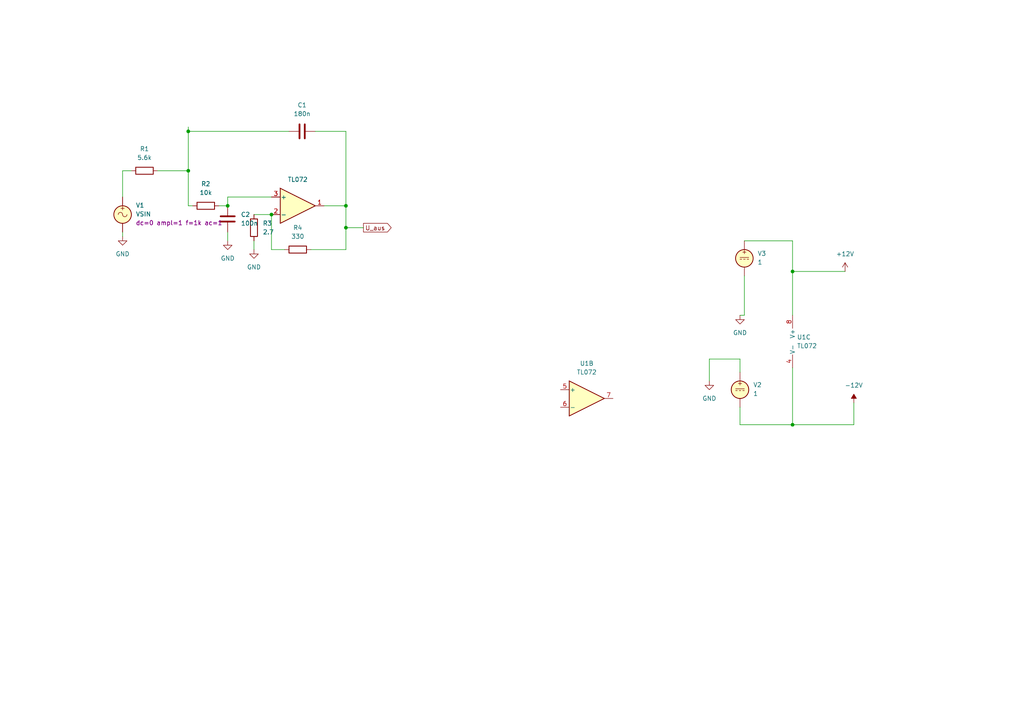
<source format=kicad_sch>
(kicad_sch (version 20230121) (generator eeschema)

  (uuid 5ab847c3-cee6-4565-ae45-0ed4aa882fe6)

  (paper "A4")

  (lib_symbols
    (symbol "Amplifier_Operational:TL072" (pin_names (offset 0.127)) (in_bom yes) (on_board yes)
      (property "Reference" "U" (at 0 5.08 0)
        (effects (font (size 1.27 1.27)) (justify left))
      )
      (property "Value" "TL072" (at 0 -5.08 0)
        (effects (font (size 1.27 1.27)) (justify left))
      )
      (property "Footprint" "" (at 0 0 0)
        (effects (font (size 1.27 1.27)) hide)
      )
      (property "Datasheet" "http://www.ti.com/lit/ds/symlink/tl071.pdf" (at 0 0 0)
        (effects (font (size 1.27 1.27)) hide)
      )
      (property "ki_locked" "" (at 0 0 0)
        (effects (font (size 1.27 1.27)))
      )
      (property "ki_keywords" "dual opamp" (at 0 0 0)
        (effects (font (size 1.27 1.27)) hide)
      )
      (property "ki_description" "Dual Low-Noise JFET-Input Operational Amplifiers, DIP-8/SOIC-8" (at 0 0 0)
        (effects (font (size 1.27 1.27)) hide)
      )
      (property "ki_fp_filters" "SOIC*3.9x4.9mm*P1.27mm* DIP*W7.62mm* TO*99* OnSemi*Micro8* TSSOP*3x3mm*P0.65mm* TSSOP*4.4x3mm*P0.65mm* MSOP*3x3mm*P0.65mm* SSOP*3.9x4.9mm*P0.635mm* LFCSP*2x2mm*P0.5mm* *SIP* SOIC*5.3x6.2mm*P1.27mm*" (at 0 0 0)
        (effects (font (size 1.27 1.27)) hide)
      )
      (symbol "TL072_1_1"
        (polyline
          (pts
            (xy -5.08 5.08)
            (xy 5.08 0)
            (xy -5.08 -5.08)
            (xy -5.08 5.08)
          )
          (stroke (width 0.254) (type default))
          (fill (type background))
        )
        (pin output line (at 7.62 0 180) (length 2.54)
          (name "~" (effects (font (size 1.27 1.27))))
          (number "1" (effects (font (size 1.27 1.27))))
        )
        (pin input line (at -7.62 -2.54 0) (length 2.54)
          (name "-" (effects (font (size 1.27 1.27))))
          (number "2" (effects (font (size 1.27 1.27))))
        )
        (pin input line (at -7.62 2.54 0) (length 2.54)
          (name "+" (effects (font (size 1.27 1.27))))
          (number "3" (effects (font (size 1.27 1.27))))
        )
      )
      (symbol "TL072_2_1"
        (polyline
          (pts
            (xy -5.08 5.08)
            (xy 5.08 0)
            (xy -5.08 -5.08)
            (xy -5.08 5.08)
          )
          (stroke (width 0.254) (type default))
          (fill (type background))
        )
        (pin input line (at -7.62 2.54 0) (length 2.54)
          (name "+" (effects (font (size 1.27 1.27))))
          (number "5" (effects (font (size 1.27 1.27))))
        )
        (pin input line (at -7.62 -2.54 0) (length 2.54)
          (name "-" (effects (font (size 1.27 1.27))))
          (number "6" (effects (font (size 1.27 1.27))))
        )
        (pin output line (at 7.62 0 180) (length 2.54)
          (name "~" (effects (font (size 1.27 1.27))))
          (number "7" (effects (font (size 1.27 1.27))))
        )
      )
      (symbol "TL072_3_1"
        (pin power_in line (at -2.54 -7.62 90) (length 3.81)
          (name "V-" (effects (font (size 1.27 1.27))))
          (number "4" (effects (font (size 1.27 1.27))))
        )
        (pin power_in line (at -2.54 7.62 270) (length 3.81)
          (name "V+" (effects (font (size 1.27 1.27))))
          (number "8" (effects (font (size 1.27 1.27))))
        )
      )
    )
    (symbol "Device:C" (pin_numbers hide) (pin_names (offset 0.254)) (in_bom yes) (on_board yes)
      (property "Reference" "C" (at 0.635 2.54 0)
        (effects (font (size 1.27 1.27)) (justify left))
      )
      (property "Value" "C" (at 0.635 -2.54 0)
        (effects (font (size 1.27 1.27)) (justify left))
      )
      (property "Footprint" "" (at 0.9652 -3.81 0)
        (effects (font (size 1.27 1.27)) hide)
      )
      (property "Datasheet" "~" (at 0 0 0)
        (effects (font (size 1.27 1.27)) hide)
      )
      (property "ki_keywords" "cap capacitor" (at 0 0 0)
        (effects (font (size 1.27 1.27)) hide)
      )
      (property "ki_description" "Unpolarized capacitor" (at 0 0 0)
        (effects (font (size 1.27 1.27)) hide)
      )
      (property "ki_fp_filters" "C_*" (at 0 0 0)
        (effects (font (size 1.27 1.27)) hide)
      )
      (symbol "C_0_1"
        (polyline
          (pts
            (xy -2.032 -0.762)
            (xy 2.032 -0.762)
          )
          (stroke (width 0.508) (type default))
          (fill (type none))
        )
        (polyline
          (pts
            (xy -2.032 0.762)
            (xy 2.032 0.762)
          )
          (stroke (width 0.508) (type default))
          (fill (type none))
        )
      )
      (symbol "C_1_1"
        (pin passive line (at 0 3.81 270) (length 2.794)
          (name "~" (effects (font (size 1.27 1.27))))
          (number "1" (effects (font (size 1.27 1.27))))
        )
        (pin passive line (at 0 -3.81 90) (length 2.794)
          (name "~" (effects (font (size 1.27 1.27))))
          (number "2" (effects (font (size 1.27 1.27))))
        )
      )
    )
    (symbol "Device:R" (pin_numbers hide) (pin_names (offset 0)) (in_bom yes) (on_board yes)
      (property "Reference" "R" (at 2.032 0 90)
        (effects (font (size 1.27 1.27)))
      )
      (property "Value" "R" (at 0 0 90)
        (effects (font (size 1.27 1.27)))
      )
      (property "Footprint" "" (at -1.778 0 90)
        (effects (font (size 1.27 1.27)) hide)
      )
      (property "Datasheet" "~" (at 0 0 0)
        (effects (font (size 1.27 1.27)) hide)
      )
      (property "ki_keywords" "R res resistor" (at 0 0 0)
        (effects (font (size 1.27 1.27)) hide)
      )
      (property "ki_description" "Resistor" (at 0 0 0)
        (effects (font (size 1.27 1.27)) hide)
      )
      (property "ki_fp_filters" "R_*" (at 0 0 0)
        (effects (font (size 1.27 1.27)) hide)
      )
      (symbol "R_0_1"
        (rectangle (start -1.016 -2.54) (end 1.016 2.54)
          (stroke (width 0.254) (type default))
          (fill (type none))
        )
      )
      (symbol "R_1_1"
        (pin passive line (at 0 3.81 270) (length 1.27)
          (name "~" (effects (font (size 1.27 1.27))))
          (number "1" (effects (font (size 1.27 1.27))))
        )
        (pin passive line (at 0 -3.81 90) (length 1.27)
          (name "~" (effects (font (size 1.27 1.27))))
          (number "2" (effects (font (size 1.27 1.27))))
        )
      )
    )
    (symbol "Simulation_SPICE:VDC" (pin_numbers hide) (pin_names (offset 0.0254)) (in_bom yes) (on_board yes)
      (property "Reference" "V" (at 2.54 2.54 0)
        (effects (font (size 1.27 1.27)) (justify left))
      )
      (property "Value" "1" (at 2.54 0 0)
        (effects (font (size 1.27 1.27)) (justify left))
      )
      (property "Footprint" "" (at 0 0 0)
        (effects (font (size 1.27 1.27)) hide)
      )
      (property "Datasheet" "~" (at 0 0 0)
        (effects (font (size 1.27 1.27)) hide)
      )
      (property "Sim.Pins" "1=+ 2=-" (at 0 0 0)
        (effects (font (size 1.27 1.27)) hide)
      )
      (property "Sim.Type" "DC" (at 0 0 0)
        (effects (font (size 1.27 1.27)) hide)
      )
      (property "Sim.Device" "V" (at 0 0 0)
        (effects (font (size 1.27 1.27)) (justify left) hide)
      )
      (property "ki_keywords" "simulation" (at 0 0 0)
        (effects (font (size 1.27 1.27)) hide)
      )
      (property "ki_description" "Voltage source, DC" (at 0 0 0)
        (effects (font (size 1.27 1.27)) hide)
      )
      (symbol "VDC_0_0"
        (polyline
          (pts
            (xy -1.27 0.254)
            (xy 1.27 0.254)
          )
          (stroke (width 0) (type default))
          (fill (type none))
        )
        (polyline
          (pts
            (xy -0.762 -0.254)
            (xy -1.27 -0.254)
          )
          (stroke (width 0) (type default))
          (fill (type none))
        )
        (polyline
          (pts
            (xy 0.254 -0.254)
            (xy -0.254 -0.254)
          )
          (stroke (width 0) (type default))
          (fill (type none))
        )
        (polyline
          (pts
            (xy 1.27 -0.254)
            (xy 0.762 -0.254)
          )
          (stroke (width 0) (type default))
          (fill (type none))
        )
        (text "+" (at 0 1.905 0)
          (effects (font (size 1.27 1.27)))
        )
      )
      (symbol "VDC_0_1"
        (circle (center 0 0) (radius 2.54)
          (stroke (width 0.254) (type default))
          (fill (type background))
        )
      )
      (symbol "VDC_1_1"
        (pin passive line (at 0 5.08 270) (length 2.54)
          (name "~" (effects (font (size 1.27 1.27))))
          (number "1" (effects (font (size 1.27 1.27))))
        )
        (pin passive line (at 0 -5.08 90) (length 2.54)
          (name "~" (effects (font (size 1.27 1.27))))
          (number "2" (effects (font (size 1.27 1.27))))
        )
      )
    )
    (symbol "Simulation_SPICE:VSIN" (pin_numbers hide) (pin_names (offset 0.0254)) (in_bom yes) (on_board yes)
      (property "Reference" "V" (at 2.54 2.54 0)
        (effects (font (size 1.27 1.27)) (justify left))
      )
      (property "Value" "VSIN" (at 2.54 0 0)
        (effects (font (size 1.27 1.27)) (justify left))
      )
      (property "Footprint" "" (at 0 0 0)
        (effects (font (size 1.27 1.27)) hide)
      )
      (property "Datasheet" "~" (at 0 0 0)
        (effects (font (size 1.27 1.27)) hide)
      )
      (property "Sim.Pins" "1=+ 2=-" (at 0 0 0)
        (effects (font (size 1.27 1.27)) hide)
      )
      (property "Sim.Params" "dc=0 ampl=1 f=1k ac=1" (at 2.54 -2.54 0)
        (effects (font (size 1.27 1.27)) (justify left))
      )
      (property "Sim.Type" "SIN" (at 0 0 0)
        (effects (font (size 1.27 1.27)) hide)
      )
      (property "Sim.Device" "V" (at 0 0 0)
        (effects (font (size 1.27 1.27)) (justify left) hide)
      )
      (property "ki_keywords" "simulation ac vac" (at 0 0 0)
        (effects (font (size 1.27 1.27)) hide)
      )
      (property "ki_description" "Voltage source, sinusoidal" (at 0 0 0)
        (effects (font (size 1.27 1.27)) hide)
      )
      (symbol "VSIN_0_0"
        (arc (start 0 0) (mid -0.635 0.6323) (end -1.27 0)
          (stroke (width 0) (type default))
          (fill (type none))
        )
        (arc (start 0 0) (mid 0.635 -0.6323) (end 1.27 0)
          (stroke (width 0) (type default))
          (fill (type none))
        )
        (text "+" (at 0 1.905 0)
          (effects (font (size 1.27 1.27)))
        )
      )
      (symbol "VSIN_0_1"
        (circle (center 0 0) (radius 2.54)
          (stroke (width 0.254) (type default))
          (fill (type background))
        )
      )
      (symbol "VSIN_1_1"
        (pin passive line (at 0 5.08 270) (length 2.54)
          (name "~" (effects (font (size 1.27 1.27))))
          (number "1" (effects (font (size 1.27 1.27))))
        )
        (pin passive line (at 0 -5.08 90) (length 2.54)
          (name "~" (effects (font (size 1.27 1.27))))
          (number "2" (effects (font (size 1.27 1.27))))
        )
      )
    )
    (symbol "power:+12V" (power) (pin_names (offset 0)) (in_bom yes) (on_board yes)
      (property "Reference" "#PWR" (at 0 -3.81 0)
        (effects (font (size 1.27 1.27)) hide)
      )
      (property "Value" "+12V" (at 0 3.556 0)
        (effects (font (size 1.27 1.27)))
      )
      (property "Footprint" "" (at 0 0 0)
        (effects (font (size 1.27 1.27)) hide)
      )
      (property "Datasheet" "" (at 0 0 0)
        (effects (font (size 1.27 1.27)) hide)
      )
      (property "ki_keywords" "global power" (at 0 0 0)
        (effects (font (size 1.27 1.27)) hide)
      )
      (property "ki_description" "Power symbol creates a global label with name \"+12V\"" (at 0 0 0)
        (effects (font (size 1.27 1.27)) hide)
      )
      (symbol "+12V_0_1"
        (polyline
          (pts
            (xy -0.762 1.27)
            (xy 0 2.54)
          )
          (stroke (width 0) (type default))
          (fill (type none))
        )
        (polyline
          (pts
            (xy 0 0)
            (xy 0 2.54)
          )
          (stroke (width 0) (type default))
          (fill (type none))
        )
        (polyline
          (pts
            (xy 0 2.54)
            (xy 0.762 1.27)
          )
          (stroke (width 0) (type default))
          (fill (type none))
        )
      )
      (symbol "+12V_1_1"
        (pin power_in line (at 0 0 90) (length 0) hide
          (name "+12V" (effects (font (size 1.27 1.27))))
          (number "1" (effects (font (size 1.27 1.27))))
        )
      )
    )
    (symbol "power:-12V" (power) (pin_names (offset 0)) (in_bom yes) (on_board yes)
      (property "Reference" "#PWR" (at 0 2.54 0)
        (effects (font (size 1.27 1.27)) hide)
      )
      (property "Value" "-12V" (at 0 3.81 0)
        (effects (font (size 1.27 1.27)))
      )
      (property "Footprint" "" (at 0 0 0)
        (effects (font (size 1.27 1.27)) hide)
      )
      (property "Datasheet" "" (at 0 0 0)
        (effects (font (size 1.27 1.27)) hide)
      )
      (property "ki_keywords" "global power" (at 0 0 0)
        (effects (font (size 1.27 1.27)) hide)
      )
      (property "ki_description" "Power symbol creates a global label with name \"-12V\"" (at 0 0 0)
        (effects (font (size 1.27 1.27)) hide)
      )
      (symbol "-12V_0_0"
        (pin power_in line (at 0 0 90) (length 0) hide
          (name "-12V" (effects (font (size 1.27 1.27))))
          (number "1" (effects (font (size 1.27 1.27))))
        )
      )
      (symbol "-12V_0_1"
        (polyline
          (pts
            (xy 0 0)
            (xy 0 1.27)
            (xy 0.762 1.27)
            (xy 0 2.54)
            (xy -0.762 1.27)
            (xy 0 1.27)
          )
          (stroke (width 0) (type default))
          (fill (type outline))
        )
      )
    )
    (symbol "power:GND" (power) (pin_names (offset 0)) (in_bom yes) (on_board yes)
      (property "Reference" "#PWR" (at 0 -6.35 0)
        (effects (font (size 1.27 1.27)) hide)
      )
      (property "Value" "GND" (at 0 -3.81 0)
        (effects (font (size 1.27 1.27)))
      )
      (property "Footprint" "" (at 0 0 0)
        (effects (font (size 1.27 1.27)) hide)
      )
      (property "Datasheet" "" (at 0 0 0)
        (effects (font (size 1.27 1.27)) hide)
      )
      (property "ki_keywords" "global power" (at 0 0 0)
        (effects (font (size 1.27 1.27)) hide)
      )
      (property "ki_description" "Power symbol creates a global label with name \"GND\" , ground" (at 0 0 0)
        (effects (font (size 1.27 1.27)) hide)
      )
      (symbol "GND_0_1"
        (polyline
          (pts
            (xy 0 0)
            (xy 0 -1.27)
            (xy 1.27 -1.27)
            (xy 0 -2.54)
            (xy -1.27 -1.27)
            (xy 0 -1.27)
          )
          (stroke (width 0) (type default))
          (fill (type none))
        )
      )
      (symbol "GND_1_1"
        (pin power_in line (at 0 0 270) (length 0) hide
          (name "GND" (effects (font (size 1.27 1.27))))
          (number "1" (effects (font (size 1.27 1.27))))
        )
      )
    )
  )

  (junction (at 54.61 49.53) (diameter 0) (color 0 0 0 0)
    (uuid 00ab60db-49cb-478c-a85c-f180028ec72e)
  )
  (junction (at 54.61 38.1) (diameter 0) (color 0 0 0 0)
    (uuid 0a1ade3e-1171-4b0f-9595-183e1f72c503)
  )
  (junction (at 66.04 59.69) (diameter 0) (color 0 0 0 0)
    (uuid 26e2f326-1eb3-4396-a5b1-107adadaabaf)
  )
  (junction (at 100.33 59.69) (diameter 0) (color 0 0 0 0)
    (uuid 6bfaeebc-df09-4810-86ac-b93fb65f9d5a)
  )
  (junction (at 78.74 62.23) (diameter 0) (color 0 0 0 0)
    (uuid 8f5f393b-f754-4d17-a5de-59100ab8a973)
  )
  (junction (at 229.87 78.74) (diameter 0) (color 0 0 0 0)
    (uuid d8e11315-953d-4dff-a74d-fe7a474b5037)
  )
  (junction (at 229.87 123.19) (diameter 0) (color 0 0 0 0)
    (uuid fcb01bb4-61f5-4c57-a9e6-a2b0268c8a42)
  )
  (junction (at 100.33 66.04) (diameter 0) (color 0 0 0 0)
    (uuid feab72a4-1d51-4ca7-90e0-715cab46b540)
  )

  (wire (pts (xy 82.55 72.39) (xy 78.74 72.39))
    (stroke (width 0) (type default))
    (uuid 01b1a145-94a1-4b6f-9c7f-514b985756b4)
  )
  (wire (pts (xy 214.63 104.14) (xy 214.63 107.95))
    (stroke (width 0) (type default))
    (uuid 08832466-f4de-42d0-87b8-c7589bf55854)
  )
  (wire (pts (xy 78.74 57.15) (xy 66.04 57.15))
    (stroke (width 0) (type default))
    (uuid 1215f046-458b-473d-9a5d-a99718632d42)
  )
  (wire (pts (xy 100.33 66.04) (xy 105.41 66.04))
    (stroke (width 0) (type default))
    (uuid 1e4033eb-a618-45c4-b24d-d967274037e8)
  )
  (wire (pts (xy 214.63 123.19) (xy 229.87 123.19))
    (stroke (width 0) (type default))
    (uuid 245edd64-284b-483d-926e-556177a71459)
  )
  (wire (pts (xy 90.17 72.39) (xy 100.33 72.39))
    (stroke (width 0) (type default))
    (uuid 26564c21-9983-4cd5-a617-fc3c1893b6b0)
  )
  (wire (pts (xy 66.04 57.15) (xy 66.04 59.69))
    (stroke (width 0) (type default))
    (uuid 33501305-c3bd-4ce9-b6ba-7b4cbd64dff3)
  )
  (wire (pts (xy 215.9 80.01) (xy 215.9 91.44))
    (stroke (width 0) (type default))
    (uuid 34ff63ca-9064-436f-8915-e121fbd600c6)
  )
  (wire (pts (xy 100.33 66.04) (xy 100.33 59.69))
    (stroke (width 0) (type default))
    (uuid 37f5e039-6b51-4467-b80d-d69d38abb4c6)
  )
  (wire (pts (xy 205.74 110.49) (xy 205.74 104.14))
    (stroke (width 0) (type default))
    (uuid 3c5fa4bc-04f8-4659-b074-589f470e8b1b)
  )
  (wire (pts (xy 215.9 69.85) (xy 229.87 69.85))
    (stroke (width 0) (type default))
    (uuid 469fa8a9-1920-4fd3-b731-02647aa1edee)
  )
  (wire (pts (xy 54.61 38.1) (xy 83.82 38.1))
    (stroke (width 0) (type default))
    (uuid 493adcff-ec6b-42c0-aff4-afac10a55f87)
  )
  (wire (pts (xy 55.88 59.69) (xy 54.61 59.69))
    (stroke (width 0) (type default))
    (uuid 50b566b6-dfd1-4daa-9622-fe5d173427f6)
  )
  (wire (pts (xy 229.87 123.19) (xy 247.65 123.19))
    (stroke (width 0) (type default))
    (uuid 5272a34d-fbea-442e-a6f8-ba4eb2ad8b84)
  )
  (wire (pts (xy 54.61 38.1) (xy 54.61 49.53))
    (stroke (width 0) (type default))
    (uuid 5c2b86ea-f940-44e5-8120-8d9cec3e3245)
  )
  (wire (pts (xy 214.63 118.11) (xy 214.63 123.19))
    (stroke (width 0) (type default))
    (uuid 5d5e9972-e75c-4eb9-a23e-49600d4ce681)
  )
  (wire (pts (xy 100.33 72.39) (xy 100.33 66.04))
    (stroke (width 0) (type default))
    (uuid 5f308361-fd13-45fb-98c0-05164c5321e2)
  )
  (wire (pts (xy 100.33 59.69) (xy 100.33 38.1))
    (stroke (width 0) (type default))
    (uuid 62b92b10-e9e7-4752-ab70-8000cf2b3be5)
  )
  (wire (pts (xy 229.87 78.74) (xy 229.87 91.44))
    (stroke (width 0) (type default))
    (uuid 70245cf5-d48a-4078-8862-c1083c11903d)
  )
  (wire (pts (xy 229.87 69.85) (xy 229.87 78.74))
    (stroke (width 0) (type default))
    (uuid 9105157a-46af-4fbc-bb30-c00663ea0d9e)
  )
  (wire (pts (xy 45.72 49.53) (xy 54.61 49.53))
    (stroke (width 0) (type default))
    (uuid b5a9950f-69f2-4681-931c-e65265d798d4)
  )
  (wire (pts (xy 91.44 38.1) (xy 100.33 38.1))
    (stroke (width 0) (type default))
    (uuid b5d234b4-842d-47f2-8868-a9102c468561)
  )
  (wire (pts (xy 35.56 67.31) (xy 35.56 68.58))
    (stroke (width 0) (type default))
    (uuid bb1ef6c3-b505-4a8e-9dd5-c9982d2674ec)
  )
  (wire (pts (xy 54.61 36.83) (xy 54.61 38.1))
    (stroke (width 0) (type default))
    (uuid c04ce712-dd58-4d25-8c09-44b615c6a7ee)
  )
  (wire (pts (xy 54.61 59.69) (xy 54.61 49.53))
    (stroke (width 0) (type default))
    (uuid c6f719eb-99e7-4ce4-a2c9-fd43d9ddf762)
  )
  (wire (pts (xy 93.98 59.69) (xy 100.33 59.69))
    (stroke (width 0) (type default))
    (uuid c711c1d4-04e7-4cc6-a2c2-302cf60569c8)
  )
  (wire (pts (xy 205.74 104.14) (xy 214.63 104.14))
    (stroke (width 0) (type default))
    (uuid cf404ec0-1484-45c0-89ab-5ac2b8e0ac27)
  )
  (wire (pts (xy 63.5 59.69) (xy 66.04 59.69))
    (stroke (width 0) (type default))
    (uuid d3144bef-86a6-4ea7-b084-d51d15e12eb7)
  )
  (wire (pts (xy 247.65 116.84) (xy 247.65 123.19))
    (stroke (width 0) (type default))
    (uuid d385f192-9c59-40d3-9686-7a1f18d2da50)
  )
  (wire (pts (xy 215.9 91.44) (xy 214.63 91.44))
    (stroke (width 0) (type default))
    (uuid d88c8819-57b7-4e08-bf3b-8fe4d573c191)
  )
  (wire (pts (xy 229.87 106.68) (xy 229.87 123.19))
    (stroke (width 0) (type default))
    (uuid d9c4f588-faba-4d8a-86bd-74a3278260cc)
  )
  (wire (pts (xy 35.56 57.15) (xy 35.56 49.53))
    (stroke (width 0) (type default))
    (uuid e4465802-bc07-497b-ab02-a6ad07ca3cae)
  )
  (wire (pts (xy 73.66 62.23) (xy 78.74 62.23))
    (stroke (width 0) (type default))
    (uuid e960287c-56de-4dc2-a939-87167b76622c)
  )
  (wire (pts (xy 35.56 49.53) (xy 38.1 49.53))
    (stroke (width 0) (type default))
    (uuid ef6fd89d-bbdd-4d7f-bb0b-d10b5a200bcc)
  )
  (wire (pts (xy 66.04 67.31) (xy 66.04 69.85))
    (stroke (width 0) (type default))
    (uuid f0e06032-933a-437a-9569-d55b7b5af182)
  )
  (wire (pts (xy 78.74 72.39) (xy 78.74 62.23))
    (stroke (width 0) (type default))
    (uuid fa2250c8-6347-4575-8835-a1610856c8bc)
  )
  (wire (pts (xy 73.66 69.85) (xy 73.66 72.39))
    (stroke (width 0) (type default))
    (uuid fb358589-6357-4327-b3b9-a064c99cc82b)
  )
  (wire (pts (xy 245.11 78.74) (xy 229.87 78.74))
    (stroke (width 0) (type default))
    (uuid fe76e9ab-6944-4c31-9361-89b0c18dd529)
  )

  (global_label "U_aus" (shape output) (at 105.41 66.04 0) (fields_autoplaced)
    (effects (font (size 1.27 1.27)) (justify left))
    (uuid 0a6bfe86-95a8-497d-8c6c-ab605a629ef0)
    (property "Intersheetrefs" "${INTERSHEET_REFS}" (at 114.0194 66.04 0)
      (effects (font (size 1.27 1.27)) (justify left) hide)
    )
  )

  (symbol (lib_id "Amplifier_Operational:TL072") (at 232.41 99.06 0) (unit 3)
    (in_bom yes) (on_board yes) (dnp no) (fields_autoplaced)
    (uuid 0c06b9f1-6e40-48be-abf7-51d97c24949b)
    (property "Reference" "U1" (at 231.14 97.79 0)
      (effects (font (size 1.27 1.27)) (justify left))
    )
    (property "Value" "TL072" (at 231.14 100.33 0)
      (effects (font (size 1.27 1.27)) (justify left))
    )
    (property "Footprint" "" (at 232.41 99.06 0)
      (effects (font (size 1.27 1.27)) hide)
    )
    (property "Datasheet" "http://www.ti.com/lit/ds/symlink/tl071.pdf" (at 232.41 99.06 0)
      (effects (font (size 1.27 1.27)) hide)
    )
    (property "Sim.Library" "TL072-dual.lib" (at 232.41 99.06 0)
      (effects (font (size 1.27 1.27)) hide)
    )
    (property "Sim.Name" "TL072c" (at 232.41 99.06 0)
      (effects (font (size 1.27 1.27)) hide)
    )
    (property "Sim.Device" "SUBCKT" (at 232.41 99.06 0)
      (effects (font (size 1.27 1.27)) hide)
    )
    (property "Sim.Pins" "1=1out 2=1in- 3=1in+ 4=vcc- 5=2in+ 6=2in- 7=2out 8=vcc+" (at 232.41 99.06 0)
      (effects (font (size 1.27 1.27)) hide)
    )
    (pin "1" (uuid 4656fd70-2ca1-49ec-9f89-156c6fbe8875))
    (pin "6" (uuid 66a902a4-9b01-46de-9f50-c96184fd7914))
    (pin "4" (uuid 4bb20fea-d3fb-4629-8909-8f8687bbd2fe))
    (pin "3" (uuid b467f47e-a94f-48f3-bfa9-10981c35931b))
    (pin "2" (uuid 4c86c15a-29ab-427c-9fdf-c10e912adc12))
    (pin "5" (uuid 01d2a251-e2ca-4137-97ff-c60209863518))
    (pin "8" (uuid be3d0361-b2c7-4044-8103-de6b660bb32d))
    (pin "7" (uuid 86a2f517-de06-400b-9888-a463ad573733))
    (instances
      (project "sallenkey"
        (path "/5ab847c3-cee6-4565-ae45-0ed4aa882fe6"
          (reference "U1") (unit 3)
        )
      )
    )
  )

  (symbol (lib_id "power:GND") (at 73.66 72.39 0) (unit 1)
    (in_bom yes) (on_board yes) (dnp no) (fields_autoplaced)
    (uuid 21e1b283-5d12-4de7-9896-0d27dacf0951)
    (property "Reference" "#PWR02" (at 73.66 78.74 0)
      (effects (font (size 1.27 1.27)) hide)
    )
    (property "Value" "GND" (at 73.66 77.47 0)
      (effects (font (size 1.27 1.27)))
    )
    (property "Footprint" "" (at 73.66 72.39 0)
      (effects (font (size 1.27 1.27)) hide)
    )
    (property "Datasheet" "" (at 73.66 72.39 0)
      (effects (font (size 1.27 1.27)) hide)
    )
    (pin "1" (uuid e4721594-4913-4b05-b913-f2d32b6f1e79))
    (instances
      (project "sallenkey"
        (path "/5ab847c3-cee6-4565-ae45-0ed4aa882fe6"
          (reference "#PWR02") (unit 1)
        )
      )
    )
  )

  (symbol (lib_id "Device:C") (at 87.63 38.1 90) (unit 1)
    (in_bom yes) (on_board yes) (dnp no) (fields_autoplaced)
    (uuid 25c68442-0078-4ce8-aecd-f27cd11fd7b6)
    (property "Reference" "C1" (at 87.63 30.48 90)
      (effects (font (size 1.27 1.27)))
    )
    (property "Value" "180n" (at 87.63 33.02 90)
      (effects (font (size 1.27 1.27)))
    )
    (property "Footprint" "" (at 91.44 37.1348 0)
      (effects (font (size 1.27 1.27)) hide)
    )
    (property "Datasheet" "~" (at 87.63 38.1 0)
      (effects (font (size 1.27 1.27)) hide)
    )
    (pin "2" (uuid 92ba3dc2-c7bd-4b87-9372-c67b62478f93))
    (pin "1" (uuid 01269d69-78e8-4ca3-919e-c3a405e8a30d))
    (instances
      (project "sallenkey"
        (path "/5ab847c3-cee6-4565-ae45-0ed4aa882fe6"
          (reference "C1") (unit 1)
        )
      )
    )
  )

  (symbol (lib_id "Simulation_SPICE:VDC") (at 215.9 74.93 0) (unit 1)
    (in_bom yes) (on_board yes) (dnp no) (fields_autoplaced)
    (uuid 3eefd81e-f66d-44da-ad5f-37feea5b07ae)
    (property "Reference" "V3" (at 219.71 73.5302 0)
      (effects (font (size 1.27 1.27)) (justify left))
    )
    (property "Value" "1" (at 219.71 76.0702 0)
      (effects (font (size 1.27 1.27)) (justify left))
    )
    (property "Footprint" "" (at 215.9 74.93 0)
      (effects (font (size 1.27 1.27)) hide)
    )
    (property "Datasheet" "~" (at 215.9 74.93 0)
      (effects (font (size 1.27 1.27)) hide)
    )
    (property "Sim.Pins" "1=+ 2=-" (at 215.9 74.93 0)
      (effects (font (size 1.27 1.27)) hide)
    )
    (property "Sim.Type" "DC" (at 215.9 74.93 0)
      (effects (font (size 1.27 1.27)) hide)
    )
    (property "Sim.Device" "V" (at 215.9 74.93 0)
      (effects (font (size 1.27 1.27)) (justify left) hide)
    )
    (pin "2" (uuid c98ab168-ab92-4ec5-96b2-872307738be4))
    (pin "1" (uuid b8dd9c38-7a6b-455a-94bd-dbc9b81be1d7))
    (instances
      (project "sallenkey"
        (path "/5ab847c3-cee6-4565-ae45-0ed4aa882fe6"
          (reference "V3") (unit 1)
        )
      )
    )
  )

  (symbol (lib_id "Simulation_SPICE:VDC") (at 214.63 113.03 0) (unit 1)
    (in_bom yes) (on_board yes) (dnp no) (fields_autoplaced)
    (uuid 412aa933-6176-431a-b255-077f9742ac5d)
    (property "Reference" "V2" (at 218.44 111.6302 0)
      (effects (font (size 1.27 1.27)) (justify left))
    )
    (property "Value" "1" (at 218.44 114.1702 0)
      (effects (font (size 1.27 1.27)) (justify left))
    )
    (property "Footprint" "" (at 214.63 113.03 0)
      (effects (font (size 1.27 1.27)) hide)
    )
    (property "Datasheet" "~" (at 214.63 113.03 0)
      (effects (font (size 1.27 1.27)) hide)
    )
    (property "Sim.Pins" "1=+ 2=-" (at 214.63 113.03 0)
      (effects (font (size 1.27 1.27)) hide)
    )
    (property "Sim.Type" "DC" (at 214.63 113.03 0)
      (effects (font (size 1.27 1.27)) hide)
    )
    (property "Sim.Device" "V" (at 214.63 113.03 0)
      (effects (font (size 1.27 1.27)) (justify left) hide)
    )
    (pin "2" (uuid f097a008-2896-4ad3-b9f6-12c9f305b5c7))
    (pin "1" (uuid 08734a58-4434-45ed-bf2a-8fa4da61792d))
    (instances
      (project "sallenkey"
        (path "/5ab847c3-cee6-4565-ae45-0ed4aa882fe6"
          (reference "V2") (unit 1)
        )
      )
    )
  )

  (symbol (lib_id "Amplifier_Operational:TL072") (at 170.18 115.57 0) (unit 2)
    (in_bom yes) (on_board yes) (dnp no) (fields_autoplaced)
    (uuid 426a8cb6-a421-4344-bea4-540287d7405b)
    (property "Reference" "U1" (at 170.18 105.41 0)
      (effects (font (size 1.27 1.27)))
    )
    (property "Value" "TL072" (at 170.18 107.95 0)
      (effects (font (size 1.27 1.27)))
    )
    (property "Footprint" "" (at 170.18 115.57 0)
      (effects (font (size 1.27 1.27)) hide)
    )
    (property "Datasheet" "http://www.ti.com/lit/ds/symlink/tl071.pdf" (at 170.18 115.57 0)
      (effects (font (size 1.27 1.27)) hide)
    )
    (property "Sim.Library" "TL072-dual.lib" (at 170.18 115.57 0)
      (effects (font (size 1.27 1.27)) hide)
    )
    (property "Sim.Name" "TL072c" (at 170.18 115.57 0)
      (effects (font (size 1.27 1.27)) hide)
    )
    (property "Sim.Device" "SUBCKT" (at 170.18 115.57 0)
      (effects (font (size 1.27 1.27)) hide)
    )
    (property "Sim.Pins" "1=1out 2=1in- 3=1in+ 4=vcc- 5=2in+ 6=2in- 7=2out 8=vcc+" (at 170.18 115.57 0)
      (effects (font (size 1.27 1.27)) hide)
    )
    (pin "1" (uuid 4656fd70-2ca1-49ec-9f89-156c6fbe8877))
    (pin "6" (uuid 219f1c7e-6016-45c8-bf76-2195c47295b7))
    (pin "4" (uuid edecfdde-6efa-4657-8c48-24a746d61e00))
    (pin "3" (uuid b467f47e-a94f-48f3-bfa9-10981c35931d))
    (pin "2" (uuid 4c86c15a-29ab-427c-9fdf-c10e912adc14))
    (pin "5" (uuid 219b3d7b-b614-411a-b599-abee1acb1722))
    (pin "8" (uuid 4af78e3b-c301-4034-bb4a-f9e4278a45a8))
    (pin "7" (uuid 44735cd5-acad-411e-b0da-44eca7f7452e))
    (instances
      (project "sallenkey"
        (path "/5ab847c3-cee6-4565-ae45-0ed4aa882fe6"
          (reference "U1") (unit 2)
        )
      )
    )
  )

  (symbol (lib_id "power:+12V") (at 245.11 78.74 0) (unit 1)
    (in_bom yes) (on_board yes) (dnp no) (fields_autoplaced)
    (uuid 70f5af97-79c2-4a44-adf3-0439e306f476)
    (property "Reference" "#PWR05" (at 245.11 82.55 0)
      (effects (font (size 1.27 1.27)) hide)
    )
    (property "Value" "+12V" (at 245.11 73.66 0)
      (effects (font (size 1.27 1.27)))
    )
    (property "Footprint" "" (at 245.11 78.74 0)
      (effects (font (size 1.27 1.27)) hide)
    )
    (property "Datasheet" "" (at 245.11 78.74 0)
      (effects (font (size 1.27 1.27)) hide)
    )
    (pin "1" (uuid 0ec32189-d4eb-4fe9-b0cd-730efe925a9d))
    (instances
      (project "sallenkey"
        (path "/5ab847c3-cee6-4565-ae45-0ed4aa882fe6"
          (reference "#PWR05") (unit 1)
        )
      )
    )
  )

  (symbol (lib_id "Device:C") (at 66.04 63.5 180) (unit 1)
    (in_bom yes) (on_board yes) (dnp no) (fields_autoplaced)
    (uuid 84a4e8fc-79e4-4068-8aea-14bc1c7cbbc3)
    (property "Reference" "C2" (at 69.85 62.23 0)
      (effects (font (size 1.27 1.27)) (justify right))
    )
    (property "Value" "100n" (at 69.85 64.77 0)
      (effects (font (size 1.27 1.27)) (justify right))
    )
    (property "Footprint" "" (at 65.0748 59.69 0)
      (effects (font (size 1.27 1.27)) hide)
    )
    (property "Datasheet" "~" (at 66.04 63.5 0)
      (effects (font (size 1.27 1.27)) hide)
    )
    (pin "2" (uuid bae6f223-0bb3-4ccf-87ae-c1c38fe96dba))
    (pin "1" (uuid c53bd08b-3ff5-42dd-8a55-53239aa6b237))
    (instances
      (project "sallenkey"
        (path "/5ab847c3-cee6-4565-ae45-0ed4aa882fe6"
          (reference "C2") (unit 1)
        )
      )
    )
  )

  (symbol (lib_id "Device:R") (at 59.69 59.69 90) (unit 1)
    (in_bom yes) (on_board yes) (dnp no) (fields_autoplaced)
    (uuid 84bd9511-54d4-4abc-870f-f1cd72e4a149)
    (property "Reference" "R2" (at 59.69 53.34 90)
      (effects (font (size 1.27 1.27)))
    )
    (property "Value" "10k" (at 59.69 55.88 90)
      (effects (font (size 1.27 1.27)))
    )
    (property "Footprint" "" (at 59.69 61.468 90)
      (effects (font (size 1.27 1.27)) hide)
    )
    (property "Datasheet" "~" (at 59.69 59.69 0)
      (effects (font (size 1.27 1.27)) hide)
    )
    (pin "2" (uuid 098c96fe-65a9-48f7-a2c1-8fc515c196ec))
    (pin "1" (uuid 0357fed6-7609-44e8-b89d-acb16be179c9))
    (instances
      (project "sallenkey"
        (path "/5ab847c3-cee6-4565-ae45-0ed4aa882fe6"
          (reference "R2") (unit 1)
        )
      )
    )
  )

  (symbol (lib_id "power:-12V") (at 247.65 116.84 0) (unit 1)
    (in_bom yes) (on_board yes) (dnp no) (fields_autoplaced)
    (uuid 99454231-b4a2-4f5b-999d-7b2f851da68a)
    (property "Reference" "#PWR06" (at 247.65 114.3 0)
      (effects (font (size 1.27 1.27)) hide)
    )
    (property "Value" "-12V" (at 247.65 111.76 0)
      (effects (font (size 1.27 1.27)))
    )
    (property "Footprint" "" (at 247.65 116.84 0)
      (effects (font (size 1.27 1.27)) hide)
    )
    (property "Datasheet" "" (at 247.65 116.84 0)
      (effects (font (size 1.27 1.27)) hide)
    )
    (pin "1" (uuid 2b6d95f8-2822-4405-9a4f-88a9ae655dc1))
    (instances
      (project "sallenkey"
        (path "/5ab847c3-cee6-4565-ae45-0ed4aa882fe6"
          (reference "#PWR06") (unit 1)
        )
      )
    )
  )

  (symbol (lib_id "Device:R") (at 86.36 72.39 90) (unit 1)
    (in_bom yes) (on_board yes) (dnp no) (fields_autoplaced)
    (uuid bd8c3218-85db-4060-a2c8-102551eab1ac)
    (property "Reference" "R4" (at 86.36 66.04 90)
      (effects (font (size 1.27 1.27)))
    )
    (property "Value" "330" (at 86.36 68.58 90)
      (effects (font (size 1.27 1.27)))
    )
    (property "Footprint" "" (at 86.36 74.168 90)
      (effects (font (size 1.27 1.27)) hide)
    )
    (property "Datasheet" "~" (at 86.36 72.39 0)
      (effects (font (size 1.27 1.27)) hide)
    )
    (pin "2" (uuid eacd9031-4049-47ed-a981-16bebcf9ada2))
    (pin "1" (uuid f8dfb470-4dc5-4146-860c-901b0faca913))
    (instances
      (project "sallenkey"
        (path "/5ab847c3-cee6-4565-ae45-0ed4aa882fe6"
          (reference "R4") (unit 1)
        )
      )
    )
  )

  (symbol (lib_id "power:GND") (at 66.04 69.85 0) (unit 1)
    (in_bom yes) (on_board yes) (dnp no) (fields_autoplaced)
    (uuid ccf92fdb-0f03-4c1c-8880-b55df0fc135f)
    (property "Reference" "#PWR07" (at 66.04 76.2 0)
      (effects (font (size 1.27 1.27)) hide)
    )
    (property "Value" "GND" (at 66.04 74.93 0)
      (effects (font (size 1.27 1.27)))
    )
    (property "Footprint" "" (at 66.04 69.85 0)
      (effects (font (size 1.27 1.27)) hide)
    )
    (property "Datasheet" "" (at 66.04 69.85 0)
      (effects (font (size 1.27 1.27)) hide)
    )
    (pin "1" (uuid 27148b16-5ea5-4211-b660-54dee799d2fd))
    (instances
      (project "sallenkey"
        (path "/5ab847c3-cee6-4565-ae45-0ed4aa882fe6"
          (reference "#PWR07") (unit 1)
        )
      )
    )
  )

  (symbol (lib_id "Device:R") (at 73.66 66.04 0) (unit 1)
    (in_bom yes) (on_board yes) (dnp no) (fields_autoplaced)
    (uuid d23a5de1-945f-4535-8bbf-57969ba7f517)
    (property "Reference" "R3" (at 76.2 64.77 0)
      (effects (font (size 1.27 1.27)) (justify left))
    )
    (property "Value" "2.7" (at 76.2 67.31 0)
      (effects (font (size 1.27 1.27)) (justify left))
    )
    (property "Footprint" "" (at 71.882 66.04 90)
      (effects (font (size 1.27 1.27)) hide)
    )
    (property "Datasheet" "~" (at 73.66 66.04 0)
      (effects (font (size 1.27 1.27)) hide)
    )
    (pin "2" (uuid b9b594a6-1c67-40b2-850e-8208c647ca19))
    (pin "1" (uuid 04b94e54-b936-48ad-b1df-309fb9e57660))
    (instances
      (project "sallenkey"
        (path "/5ab847c3-cee6-4565-ae45-0ed4aa882fe6"
          (reference "R3") (unit 1)
        )
      )
    )
  )

  (symbol (lib_id "power:GND") (at 214.63 91.44 0) (unit 1)
    (in_bom yes) (on_board yes) (dnp no) (fields_autoplaced)
    (uuid dfbd7117-2cb5-4cb5-a87f-d34eaf95aa3b)
    (property "Reference" "#PWR04" (at 214.63 97.79 0)
      (effects (font (size 1.27 1.27)) hide)
    )
    (property "Value" "GND" (at 214.63 96.52 0)
      (effects (font (size 1.27 1.27)))
    )
    (property "Footprint" "" (at 214.63 91.44 0)
      (effects (font (size 1.27 1.27)) hide)
    )
    (property "Datasheet" "" (at 214.63 91.44 0)
      (effects (font (size 1.27 1.27)) hide)
    )
    (pin "1" (uuid acbd27c9-72d1-4df8-9993-6b21444821b2))
    (instances
      (project "sallenkey"
        (path "/5ab847c3-cee6-4565-ae45-0ed4aa882fe6"
          (reference "#PWR04") (unit 1)
        )
      )
    )
  )

  (symbol (lib_id "Amplifier_Operational:TL072") (at 86.36 59.69 0) (unit 1)
    (in_bom yes) (on_board yes) (dnp no)
    (uuid efef13be-b59a-4d71-8b2d-dd5675133ac7)
    (property "Reference" "U1" (at 86.36 49.53 0)
      (effects (font (size 1.27 1.27)) hide)
    )
    (property "Value" "TL072" (at 86.36 52.07 0)
      (effects (font (size 1.27 1.27)))
    )
    (property "Footprint" "" (at 86.36 59.69 0)
      (effects (font (size 1.27 1.27)) hide)
    )
    (property "Datasheet" "http://www.ti.com/lit/ds/symlink/tl071.pdf" (at 86.36 59.69 0)
      (effects (font (size 1.27 1.27)) hide)
    )
    (property "Sim.Library" "TL072-dual.lib" (at 86.36 59.69 0)
      (effects (font (size 1.27 1.27)) hide)
    )
    (property "Sim.Name" "TL072c" (at 86.36 59.69 0)
      (effects (font (size 1.27 1.27)) hide)
    )
    (property "Sim.Device" "SUBCKT" (at 86.36 59.69 0)
      (effects (font (size 1.27 1.27)) hide)
    )
    (property "Sim.Pins" "1=1out 2=1in- 3=1in+ 4=vcc- 5=2in+ 6=2in- 7=2out 8=vcc+" (at 86.36 59.69 0)
      (effects (font (size 1.27 1.27)) hide)
    )
    (pin "1" (uuid 268c6651-d77d-49c7-9f5c-b4ea4858dbeb))
    (pin "6" (uuid 66a902a4-9b01-46de-9f50-c96184fd7915))
    (pin "4" (uuid edecfdde-6efa-4657-8c48-24a746d61dff))
    (pin "3" (uuid 7d2e0517-3da3-47a8-a9c1-a77bf2af7320))
    (pin "2" (uuid 64265576-50a0-4be2-8a0c-0a53d5ea0fe8))
    (pin "5" (uuid 01d2a251-e2ca-4137-97ff-c60209863519))
    (pin "8" (uuid 4af78e3b-c301-4034-bb4a-f9e4278a45a7))
    (pin "7" (uuid 86a2f517-de06-400b-9888-a463ad573734))
    (instances
      (project "sallenkey"
        (path "/5ab847c3-cee6-4565-ae45-0ed4aa882fe6"
          (reference "U1") (unit 1)
        )
      )
    )
  )

  (symbol (lib_id "Simulation_SPICE:VSIN") (at 35.56 62.23 0) (unit 1)
    (in_bom yes) (on_board yes) (dnp no) (fields_autoplaced)
    (uuid f289f5af-0e4e-4848-888d-13a38a0a885a)
    (property "Reference" "V1" (at 39.37 59.5602 0)
      (effects (font (size 1.27 1.27)) (justify left))
    )
    (property "Value" "VSIN" (at 39.37 62.1002 0)
      (effects (font (size 1.27 1.27)) (justify left))
    )
    (property "Footprint" "" (at 35.56 62.23 0)
      (effects (font (size 1.27 1.27)) hide)
    )
    (property "Datasheet" "~" (at 35.56 62.23 0)
      (effects (font (size 1.27 1.27)) hide)
    )
    (property "Sim.Pins" "1=+ 2=-" (at 35.56 62.23 0)
      (effects (font (size 1.27 1.27)) hide)
    )
    (property "Sim.Params" "dc=0 ampl=1 f=1k ac=1" (at 39.37 64.6402 0)
      (effects (font (size 1.27 1.27)) (justify left))
    )
    (property "Sim.Type" "SIN" (at 35.56 62.23 0)
      (effects (font (size 1.27 1.27)) hide)
    )
    (property "Sim.Device" "V" (at 35.56 62.23 0)
      (effects (font (size 1.27 1.27)) (justify left) hide)
    )
    (pin "1" (uuid 14d7c32a-7bb3-439e-b9ba-d7b3daaccd49))
    (pin "2" (uuid 24f0750c-7a13-453d-ae46-c0b4f9eafd28))
    (instances
      (project "sallenkey"
        (path "/5ab847c3-cee6-4565-ae45-0ed4aa882fe6"
          (reference "V1") (unit 1)
        )
      )
    )
  )

  (symbol (lib_id "Device:R") (at 41.91 49.53 90) (unit 1)
    (in_bom yes) (on_board yes) (dnp no) (fields_autoplaced)
    (uuid f3a789aa-3723-4d5f-8d34-2dc1ab5223d3)
    (property "Reference" "R1" (at 41.91 43.18 90)
      (effects (font (size 1.27 1.27)))
    )
    (property "Value" "5.6k" (at 41.91 45.72 90)
      (effects (font (size 1.27 1.27)))
    )
    (property "Footprint" "" (at 41.91 51.308 90)
      (effects (font (size 1.27 1.27)) hide)
    )
    (property "Datasheet" "~" (at 41.91 49.53 0)
      (effects (font (size 1.27 1.27)) hide)
    )
    (pin "2" (uuid 7f447318-433c-47ad-bf67-52de24e46790))
    (pin "1" (uuid 6a489980-203e-4bd0-bb81-2c0af344e457))
    (instances
      (project "sallenkey"
        (path "/5ab847c3-cee6-4565-ae45-0ed4aa882fe6"
          (reference "R1") (unit 1)
        )
      )
    )
  )

  (symbol (lib_id "power:GND") (at 205.74 110.49 0) (unit 1)
    (in_bom yes) (on_board yes) (dnp no) (fields_autoplaced)
    (uuid fe80ced2-3658-4be7-bb9f-f85145be563d)
    (property "Reference" "#PWR03" (at 205.74 116.84 0)
      (effects (font (size 1.27 1.27)) hide)
    )
    (property "Value" "GND" (at 205.74 115.57 0)
      (effects (font (size 1.27 1.27)))
    )
    (property "Footprint" "" (at 205.74 110.49 0)
      (effects (font (size 1.27 1.27)) hide)
    )
    (property "Datasheet" "" (at 205.74 110.49 0)
      (effects (font (size 1.27 1.27)) hide)
    )
    (pin "1" (uuid d0067ae6-f7ee-4747-9153-a380b1dfb0c9))
    (instances
      (project "sallenkey"
        (path "/5ab847c3-cee6-4565-ae45-0ed4aa882fe6"
          (reference "#PWR03") (unit 1)
        )
      )
    )
  )

  (symbol (lib_id "power:GND") (at 35.56 68.58 0) (unit 1)
    (in_bom yes) (on_board yes) (dnp no) (fields_autoplaced)
    (uuid ffb99173-4f3c-4e28-8857-9be7b396481d)
    (property "Reference" "#PWR01" (at 35.56 74.93 0)
      (effects (font (size 1.27 1.27)) hide)
    )
    (property "Value" "GND" (at 35.56 73.66 0)
      (effects (font (size 1.27 1.27)))
    )
    (property "Footprint" "" (at 35.56 68.58 0)
      (effects (font (size 1.27 1.27)) hide)
    )
    (property "Datasheet" "" (at 35.56 68.58 0)
      (effects (font (size 1.27 1.27)) hide)
    )
    (pin "1" (uuid 12cbbee3-96c2-48ed-96e2-ef6087232573))
    (instances
      (project "sallenkey"
        (path "/5ab847c3-cee6-4565-ae45-0ed4aa882fe6"
          (reference "#PWR01") (unit 1)
        )
      )
    )
  )

  (sheet_instances
    (path "/" (page "1"))
  )
)

</source>
